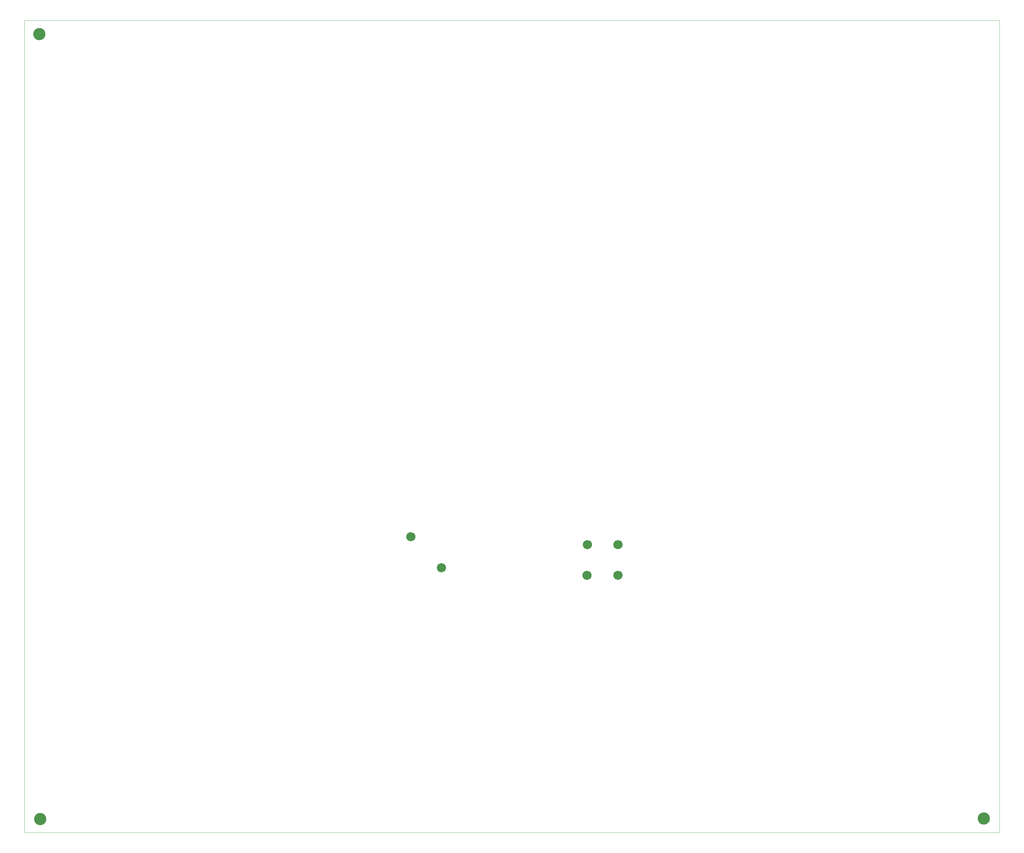
<source format=gbr>
%TF.GenerationSoftware,KiCad,Pcbnew,7.0.6*%
%TF.CreationDate,2023-07-20T11:36:44+01:00*%
%TF.ProjectId,Commodore PC10 III,436f6d6d-6f64-46f7-9265-205043313020,rev?*%
%TF.SameCoordinates,Original*%
%TF.FileFunction,Profile,NP*%
%FSLAX46Y46*%
G04 Gerber Fmt 4.6, Leading zero omitted, Abs format (unit mm)*
G04 Created by KiCad (PCBNEW 7.0.6) date 2023-07-20 11:36:44*
%MOMM*%
%LPD*%
G01*
G04 APERTURE LIST*
%TA.AperFunction,Profile*%
%ADD10C,1.560000*%
%TD*%
%TA.AperFunction,Profile*%
%ADD11C,2.040000*%
%TD*%
%TA.AperFunction,Profile*%
%ADD12C,0.100000*%
%TD*%
G04 APERTURE END LIST*
D10*
X324960000Y-240030000D02*
G75*
G03*
X324960000Y-240030000I-780000J0D01*
G01*
D11*
X446580000Y-330900000D02*
G75*
G03*
X446580000Y-330900000I-1020000J0D01*
G01*
D10*
X314680000Y-250210000D02*
G75*
G03*
X314680000Y-250210000I-780000J0D01*
G01*
D11*
X133200000Y-70620000D02*
G75*
G03*
X133200000Y-70620000I-1020000J0D01*
G01*
X133490000Y-331100000D02*
G75*
G03*
X133490000Y-331100000I-1020000J0D01*
G01*
D10*
X324960000Y-250190000D02*
G75*
G03*
X324960000Y-250190000I-780000J0D01*
G01*
X256230000Y-237400000D02*
G75*
G03*
X256230000Y-237400000I-780000J0D01*
G01*
X266370000Y-247690000D02*
G75*
G03*
X266370000Y-247690000I-780000J0D01*
G01*
D12*
X127270000Y-66080000D02*
X450740000Y-66080000D01*
X450740000Y-335560000D01*
X127270000Y-335560000D01*
X127270000Y-66080000D01*
D10*
X314820000Y-240030000D02*
G75*
G03*
X314820000Y-240030000I-780000J0D01*
G01*
M02*

</source>
